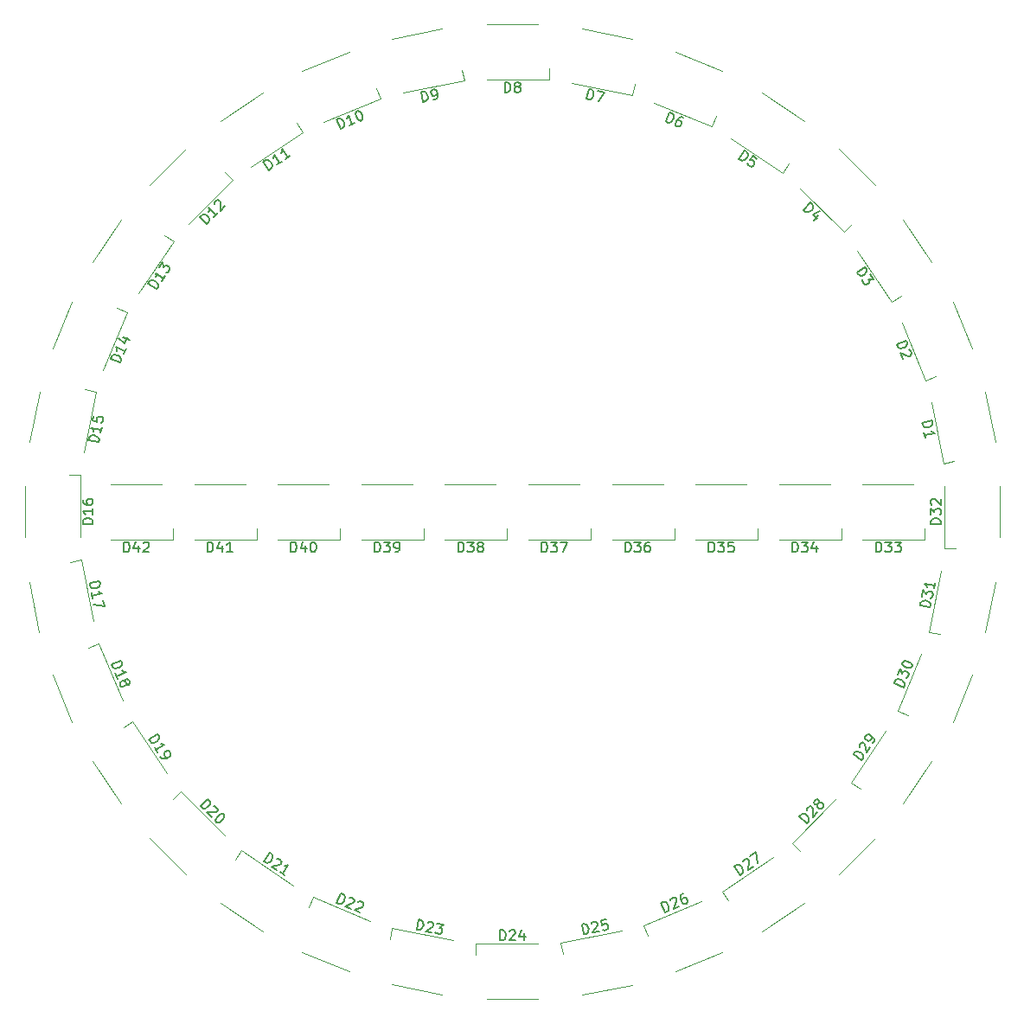
<source format=gbr>
%TF.GenerationSoftware,KiCad,Pcbnew,5.1.12-84ad8e8a86~92~ubuntu20.04.1*%
%TF.CreationDate,2021-11-26T14:05:01+01:00*%
%TF.ProjectId,led-ring-transom,6c65642d-7269-46e6-972d-7472616e736f,rev?*%
%TF.SameCoordinates,Original*%
%TF.FileFunction,Legend,Top*%
%TF.FilePolarity,Positive*%
%FSLAX46Y46*%
G04 Gerber Fmt 4.6, Leading zero omitted, Abs format (unit mm)*
G04 Created by KiCad (PCBNEW 5.1.12-84ad8e8a86~92~ubuntu20.04.1) date 2021-11-26 14:05:01*
%MOMM*%
%LPD*%
G01*
G04 APERTURE LIST*
%ADD10C,0.120000*%
%ADD11C,0.150000*%
G04 APERTURE END LIST*
D10*
%TO.C,D42*%
X60680000Y-97300000D02*
X65680000Y-97300000D01*
X66780000Y-101600000D02*
X66780000Y-102700000D01*
X66780000Y-102700000D02*
X60680000Y-102700000D01*
%TO.C,D41*%
X68860000Y-97300000D02*
X73860000Y-97300000D01*
X74960000Y-101600000D02*
X74960000Y-102700000D01*
X74960000Y-102700000D02*
X68860000Y-102700000D01*
%TO.C,D40*%
X77040000Y-97300000D02*
X82040000Y-97300000D01*
X83140000Y-101600000D02*
X83140000Y-102700000D01*
X83140000Y-102700000D02*
X77040000Y-102700000D01*
%TO.C,D39*%
X85220000Y-97300000D02*
X90220000Y-97300000D01*
X91320000Y-101600000D02*
X91320000Y-102700000D01*
X91320000Y-102700000D02*
X85220000Y-102700000D01*
%TO.C,D38*%
X93400000Y-97300000D02*
X98400000Y-97300000D01*
X99500000Y-101600000D02*
X99500000Y-102700000D01*
X99500000Y-102700000D02*
X93400000Y-102700000D01*
%TO.C,D37*%
X101580000Y-97300000D02*
X106580000Y-97300000D01*
X107680000Y-101600000D02*
X107680000Y-102700000D01*
X107680000Y-102700000D02*
X101580000Y-102700000D01*
%TO.C,D36*%
X109760000Y-97300000D02*
X114760000Y-97300000D01*
X115860000Y-101600000D02*
X115860000Y-102700000D01*
X115860000Y-102700000D02*
X109760000Y-102700000D01*
%TO.C,D35*%
X117940000Y-97300000D02*
X122940000Y-97300000D01*
X124040000Y-101600000D02*
X124040000Y-102700000D01*
X124040000Y-102700000D02*
X117940000Y-102700000D01*
%TO.C,D34*%
X126120000Y-97300000D02*
X131120000Y-97300000D01*
X132220000Y-101600000D02*
X132220000Y-102700000D01*
X132220000Y-102700000D02*
X126120000Y-102700000D01*
%TO.C,D33*%
X134300000Y-97300000D02*
X139300000Y-97300000D01*
X140400000Y-101600000D02*
X140400000Y-102700000D01*
X140400000Y-102700000D02*
X134300000Y-102700000D01*
%TO.C,D32*%
X147700000Y-97500000D02*
X147700000Y-102500000D01*
X143400000Y-103600000D02*
X142300000Y-103600000D01*
X142300000Y-103600000D02*
X142300000Y-97500000D01*
%TO.C,D31*%
X147272525Y-106856518D02*
X146292794Y-111759591D01*
X141860610Y-111995699D02*
X140781934Y-111780158D01*
X140781934Y-111780158D02*
X141977206Y-105798409D01*
%TO.C,D30*%
X145026183Y-115944546D02*
X143112766Y-120563944D01*
X138719132Y-119934673D02*
X137702865Y-119513721D01*
X137702865Y-119513721D02*
X140037234Y-113878056D01*
%TO.C,D29*%
X141050397Y-124425537D02*
X138268919Y-128580459D01*
X134083761Y-127102471D02*
X133169678Y-126490546D01*
X133169678Y-126490546D02*
X136563081Y-121421541D01*
%TO.C,D28*%
X135496955Y-131961421D02*
X131961421Y-135496955D01*
X128143045Y-133234214D02*
X127365227Y-132456396D01*
X127365227Y-132456396D02*
X131678579Y-128143045D01*
%TO.C,D27*%
X128578965Y-138275165D02*
X124419195Y-141049387D01*
X121118214Y-138082313D02*
X120507885Y-137167164D01*
X120507885Y-137167164D02*
X125582805Y-133782613D01*
%TO.C,D26*%
X120563944Y-143112766D02*
X115944546Y-145026183D01*
X113282740Y-141474453D02*
X112861788Y-140458186D01*
X112861788Y-140458186D02*
X118497454Y-138123817D01*
%TO.C,D25*%
X111755821Y-146297993D02*
X106851045Y-147269165D01*
X104936786Y-143264715D02*
X104723129Y-142185665D01*
X104723129Y-142185665D02*
X110706955Y-141000835D01*
%TO.C,D24*%
X102500000Y-147700000D02*
X97500000Y-147700000D01*
X96400000Y-143400000D02*
X96400000Y-142300000D01*
X96400000Y-142300000D02*
X102500000Y-142300000D01*
%TO.C,D23*%
X93143482Y-147272525D02*
X88240409Y-146292794D01*
X88004301Y-141860610D02*
X88219842Y-140781934D01*
X88219842Y-140781934D02*
X94201591Y-141977206D01*
%TO.C,D22*%
X84055454Y-145026183D02*
X79436056Y-143112766D01*
X80065327Y-138719132D02*
X80486279Y-137702865D01*
X80486279Y-137702865D02*
X86121944Y-140037234D01*
%TO.C,D21*%
X75574463Y-141050397D02*
X71419541Y-138268919D01*
X72897529Y-134083761D02*
X73509454Y-133169678D01*
X73509454Y-133169678D02*
X78578459Y-136563081D01*
%TO.C,D20*%
X68038579Y-135496955D02*
X64503045Y-131961421D01*
X66765786Y-128143045D02*
X67543604Y-127365227D01*
X67543604Y-127365227D02*
X71856955Y-131678579D01*
%TO.C,D19*%
X61724835Y-128578965D02*
X58950613Y-124419195D01*
X61917687Y-121118214D02*
X62832836Y-120507885D01*
X62832836Y-120507885D02*
X66217387Y-125582805D01*
%TO.C,D18*%
X56887234Y-120563944D02*
X54973817Y-115944546D01*
X58525547Y-113282740D02*
X59541814Y-112861788D01*
X59541814Y-112861788D02*
X61876183Y-118497454D01*
%TO.C,D17*%
X53702007Y-111755821D02*
X52730835Y-106851045D01*
X56735285Y-104936786D02*
X57814335Y-104723129D01*
X57814335Y-104723129D02*
X58999165Y-110706955D01*
%TO.C,D16*%
X52300000Y-102500000D02*
X52300000Y-97500000D01*
X56600000Y-96400000D02*
X57700000Y-96400000D01*
X57700000Y-96400000D02*
X57700000Y-102500000D01*
%TO.C,D15*%
X52727475Y-93143482D02*
X53707206Y-88240409D01*
X58139390Y-88004301D02*
X59218066Y-88219842D01*
X59218066Y-88219842D02*
X58022794Y-94201591D01*
%TO.C,D14*%
X54973817Y-84055454D02*
X56887234Y-79436056D01*
X61280868Y-80065327D02*
X62297135Y-80486279D01*
X62297135Y-80486279D02*
X59962766Y-86121944D01*
%TO.C,D13*%
X58949603Y-75574463D02*
X61731081Y-71419541D01*
X65916239Y-72897529D02*
X66830322Y-73509454D01*
X66830322Y-73509454D02*
X63436919Y-78578459D01*
%TO.C,D12*%
X64503045Y-68038579D02*
X68038579Y-64503045D01*
X71856955Y-66765786D02*
X72634773Y-67543604D01*
X72634773Y-67543604D02*
X68321421Y-71856955D01*
%TO.C,D11*%
X71421035Y-61724835D02*
X75580805Y-58950613D01*
X78881786Y-61917687D02*
X79492115Y-62832836D01*
X79492115Y-62832836D02*
X74417195Y-66217387D01*
%TO.C,D10*%
X79436056Y-56887234D02*
X84055454Y-54973817D01*
X86717260Y-58525547D02*
X87138212Y-59541814D01*
X87138212Y-59541814D02*
X81502546Y-61876183D01*
%TO.C,D9*%
X88244179Y-53702007D02*
X93148955Y-52730835D01*
X95063214Y-56735285D02*
X95276871Y-57814335D01*
X95276871Y-57814335D02*
X89293045Y-58999165D01*
%TO.C,D8*%
X97500000Y-52300000D02*
X102500000Y-52300000D01*
X103600000Y-56600000D02*
X103600000Y-57700000D01*
X103600000Y-57700000D02*
X97500000Y-57700000D01*
%TO.C,D7*%
X106856518Y-52727475D02*
X111759591Y-53707206D01*
X111995699Y-58139390D02*
X111780158Y-59218066D01*
X111780158Y-59218066D02*
X105798409Y-58022794D01*
%TO.C,D6*%
X115944546Y-54973817D02*
X120563944Y-56887234D01*
X119934673Y-61280868D02*
X119513721Y-62297135D01*
X119513721Y-62297135D02*
X113878056Y-59962766D01*
%TO.C,D5*%
X124425537Y-58949603D02*
X128580459Y-61731081D01*
X127102471Y-65916239D02*
X126490546Y-66830322D01*
X126490546Y-66830322D02*
X121421541Y-63436919D01*
%TO.C,D4*%
X131961421Y-64503045D02*
X135496955Y-68038579D01*
X133234214Y-71856955D02*
X132456396Y-72634773D01*
X132456396Y-72634773D02*
X128143045Y-68321421D01*
%TO.C,D3*%
X138275165Y-71421035D02*
X141049387Y-75580805D01*
X138082313Y-78881786D02*
X137167164Y-79492115D01*
X137167164Y-79492115D02*
X133782613Y-74417195D01*
%TO.C,D2*%
X143112766Y-79436056D02*
X145026183Y-84055454D01*
X141474453Y-86717260D02*
X140458186Y-87138212D01*
X140458186Y-87138212D02*
X138123817Y-81502546D01*
%TO.C,D1*%
X146297993Y-88244179D02*
X147269165Y-93148955D01*
X143264715Y-95063214D02*
X142185665Y-95276871D01*
X142185665Y-95276871D02*
X141000835Y-89293045D01*
%TO.C,D42*%
D11*
X61965714Y-103952380D02*
X61965714Y-102952380D01*
X62203809Y-102952380D01*
X62346666Y-103000000D01*
X62441904Y-103095238D01*
X62489523Y-103190476D01*
X62537142Y-103380952D01*
X62537142Y-103523809D01*
X62489523Y-103714285D01*
X62441904Y-103809523D01*
X62346666Y-103904761D01*
X62203809Y-103952380D01*
X61965714Y-103952380D01*
X63394285Y-103285714D02*
X63394285Y-103952380D01*
X63156190Y-102904761D02*
X62918095Y-103619047D01*
X63537142Y-103619047D01*
X63870476Y-103047619D02*
X63918095Y-103000000D01*
X64013333Y-102952380D01*
X64251428Y-102952380D01*
X64346666Y-103000000D01*
X64394285Y-103047619D01*
X64441904Y-103142857D01*
X64441904Y-103238095D01*
X64394285Y-103380952D01*
X63822857Y-103952380D01*
X64441904Y-103952380D01*
%TO.C,D41*%
X70145714Y-103952380D02*
X70145714Y-102952380D01*
X70383809Y-102952380D01*
X70526666Y-103000000D01*
X70621904Y-103095238D01*
X70669523Y-103190476D01*
X70717142Y-103380952D01*
X70717142Y-103523809D01*
X70669523Y-103714285D01*
X70621904Y-103809523D01*
X70526666Y-103904761D01*
X70383809Y-103952380D01*
X70145714Y-103952380D01*
X71574285Y-103285714D02*
X71574285Y-103952380D01*
X71336190Y-102904761D02*
X71098095Y-103619047D01*
X71717142Y-103619047D01*
X72621904Y-103952380D02*
X72050476Y-103952380D01*
X72336190Y-103952380D02*
X72336190Y-102952380D01*
X72240952Y-103095238D01*
X72145714Y-103190476D01*
X72050476Y-103238095D01*
%TO.C,D40*%
X78325714Y-103952380D02*
X78325714Y-102952380D01*
X78563809Y-102952380D01*
X78706666Y-103000000D01*
X78801904Y-103095238D01*
X78849523Y-103190476D01*
X78897142Y-103380952D01*
X78897142Y-103523809D01*
X78849523Y-103714285D01*
X78801904Y-103809523D01*
X78706666Y-103904761D01*
X78563809Y-103952380D01*
X78325714Y-103952380D01*
X79754285Y-103285714D02*
X79754285Y-103952380D01*
X79516190Y-102904761D02*
X79278095Y-103619047D01*
X79897142Y-103619047D01*
X80468571Y-102952380D02*
X80563809Y-102952380D01*
X80659047Y-103000000D01*
X80706666Y-103047619D01*
X80754285Y-103142857D01*
X80801904Y-103333333D01*
X80801904Y-103571428D01*
X80754285Y-103761904D01*
X80706666Y-103857142D01*
X80659047Y-103904761D01*
X80563809Y-103952380D01*
X80468571Y-103952380D01*
X80373333Y-103904761D01*
X80325714Y-103857142D01*
X80278095Y-103761904D01*
X80230476Y-103571428D01*
X80230476Y-103333333D01*
X80278095Y-103142857D01*
X80325714Y-103047619D01*
X80373333Y-103000000D01*
X80468571Y-102952380D01*
%TO.C,D39*%
X86505714Y-103952380D02*
X86505714Y-102952380D01*
X86743809Y-102952380D01*
X86886666Y-103000000D01*
X86981904Y-103095238D01*
X87029523Y-103190476D01*
X87077142Y-103380952D01*
X87077142Y-103523809D01*
X87029523Y-103714285D01*
X86981904Y-103809523D01*
X86886666Y-103904761D01*
X86743809Y-103952380D01*
X86505714Y-103952380D01*
X87410476Y-102952380D02*
X88029523Y-102952380D01*
X87696190Y-103333333D01*
X87839047Y-103333333D01*
X87934285Y-103380952D01*
X87981904Y-103428571D01*
X88029523Y-103523809D01*
X88029523Y-103761904D01*
X87981904Y-103857142D01*
X87934285Y-103904761D01*
X87839047Y-103952380D01*
X87553333Y-103952380D01*
X87458095Y-103904761D01*
X87410476Y-103857142D01*
X88505714Y-103952380D02*
X88696190Y-103952380D01*
X88791428Y-103904761D01*
X88839047Y-103857142D01*
X88934285Y-103714285D01*
X88981904Y-103523809D01*
X88981904Y-103142857D01*
X88934285Y-103047619D01*
X88886666Y-103000000D01*
X88791428Y-102952380D01*
X88600952Y-102952380D01*
X88505714Y-103000000D01*
X88458095Y-103047619D01*
X88410476Y-103142857D01*
X88410476Y-103380952D01*
X88458095Y-103476190D01*
X88505714Y-103523809D01*
X88600952Y-103571428D01*
X88791428Y-103571428D01*
X88886666Y-103523809D01*
X88934285Y-103476190D01*
X88981904Y-103380952D01*
%TO.C,D38*%
X94685714Y-103952380D02*
X94685714Y-102952380D01*
X94923809Y-102952380D01*
X95066666Y-103000000D01*
X95161904Y-103095238D01*
X95209523Y-103190476D01*
X95257142Y-103380952D01*
X95257142Y-103523809D01*
X95209523Y-103714285D01*
X95161904Y-103809523D01*
X95066666Y-103904761D01*
X94923809Y-103952380D01*
X94685714Y-103952380D01*
X95590476Y-102952380D02*
X96209523Y-102952380D01*
X95876190Y-103333333D01*
X96019047Y-103333333D01*
X96114285Y-103380952D01*
X96161904Y-103428571D01*
X96209523Y-103523809D01*
X96209523Y-103761904D01*
X96161904Y-103857142D01*
X96114285Y-103904761D01*
X96019047Y-103952380D01*
X95733333Y-103952380D01*
X95638095Y-103904761D01*
X95590476Y-103857142D01*
X96780952Y-103380952D02*
X96685714Y-103333333D01*
X96638095Y-103285714D01*
X96590476Y-103190476D01*
X96590476Y-103142857D01*
X96638095Y-103047619D01*
X96685714Y-103000000D01*
X96780952Y-102952380D01*
X96971428Y-102952380D01*
X97066666Y-103000000D01*
X97114285Y-103047619D01*
X97161904Y-103142857D01*
X97161904Y-103190476D01*
X97114285Y-103285714D01*
X97066666Y-103333333D01*
X96971428Y-103380952D01*
X96780952Y-103380952D01*
X96685714Y-103428571D01*
X96638095Y-103476190D01*
X96590476Y-103571428D01*
X96590476Y-103761904D01*
X96638095Y-103857142D01*
X96685714Y-103904761D01*
X96780952Y-103952380D01*
X96971428Y-103952380D01*
X97066666Y-103904761D01*
X97114285Y-103857142D01*
X97161904Y-103761904D01*
X97161904Y-103571428D01*
X97114285Y-103476190D01*
X97066666Y-103428571D01*
X96971428Y-103380952D01*
%TO.C,D37*%
X102865714Y-103952380D02*
X102865714Y-102952380D01*
X103103809Y-102952380D01*
X103246666Y-103000000D01*
X103341904Y-103095238D01*
X103389523Y-103190476D01*
X103437142Y-103380952D01*
X103437142Y-103523809D01*
X103389523Y-103714285D01*
X103341904Y-103809523D01*
X103246666Y-103904761D01*
X103103809Y-103952380D01*
X102865714Y-103952380D01*
X103770476Y-102952380D02*
X104389523Y-102952380D01*
X104056190Y-103333333D01*
X104199047Y-103333333D01*
X104294285Y-103380952D01*
X104341904Y-103428571D01*
X104389523Y-103523809D01*
X104389523Y-103761904D01*
X104341904Y-103857142D01*
X104294285Y-103904761D01*
X104199047Y-103952380D01*
X103913333Y-103952380D01*
X103818095Y-103904761D01*
X103770476Y-103857142D01*
X104722857Y-102952380D02*
X105389523Y-102952380D01*
X104960952Y-103952380D01*
%TO.C,D36*%
X111045714Y-103952380D02*
X111045714Y-102952380D01*
X111283809Y-102952380D01*
X111426666Y-103000000D01*
X111521904Y-103095238D01*
X111569523Y-103190476D01*
X111617142Y-103380952D01*
X111617142Y-103523809D01*
X111569523Y-103714285D01*
X111521904Y-103809523D01*
X111426666Y-103904761D01*
X111283809Y-103952380D01*
X111045714Y-103952380D01*
X111950476Y-102952380D02*
X112569523Y-102952380D01*
X112236190Y-103333333D01*
X112379047Y-103333333D01*
X112474285Y-103380952D01*
X112521904Y-103428571D01*
X112569523Y-103523809D01*
X112569523Y-103761904D01*
X112521904Y-103857142D01*
X112474285Y-103904761D01*
X112379047Y-103952380D01*
X112093333Y-103952380D01*
X111998095Y-103904761D01*
X111950476Y-103857142D01*
X113426666Y-102952380D02*
X113236190Y-102952380D01*
X113140952Y-103000000D01*
X113093333Y-103047619D01*
X112998095Y-103190476D01*
X112950476Y-103380952D01*
X112950476Y-103761904D01*
X112998095Y-103857142D01*
X113045714Y-103904761D01*
X113140952Y-103952380D01*
X113331428Y-103952380D01*
X113426666Y-103904761D01*
X113474285Y-103857142D01*
X113521904Y-103761904D01*
X113521904Y-103523809D01*
X113474285Y-103428571D01*
X113426666Y-103380952D01*
X113331428Y-103333333D01*
X113140952Y-103333333D01*
X113045714Y-103380952D01*
X112998095Y-103428571D01*
X112950476Y-103523809D01*
%TO.C,D35*%
X119225714Y-103952380D02*
X119225714Y-102952380D01*
X119463809Y-102952380D01*
X119606666Y-103000000D01*
X119701904Y-103095238D01*
X119749523Y-103190476D01*
X119797142Y-103380952D01*
X119797142Y-103523809D01*
X119749523Y-103714285D01*
X119701904Y-103809523D01*
X119606666Y-103904761D01*
X119463809Y-103952380D01*
X119225714Y-103952380D01*
X120130476Y-102952380D02*
X120749523Y-102952380D01*
X120416190Y-103333333D01*
X120559047Y-103333333D01*
X120654285Y-103380952D01*
X120701904Y-103428571D01*
X120749523Y-103523809D01*
X120749523Y-103761904D01*
X120701904Y-103857142D01*
X120654285Y-103904761D01*
X120559047Y-103952380D01*
X120273333Y-103952380D01*
X120178095Y-103904761D01*
X120130476Y-103857142D01*
X121654285Y-102952380D02*
X121178095Y-102952380D01*
X121130476Y-103428571D01*
X121178095Y-103380952D01*
X121273333Y-103333333D01*
X121511428Y-103333333D01*
X121606666Y-103380952D01*
X121654285Y-103428571D01*
X121701904Y-103523809D01*
X121701904Y-103761904D01*
X121654285Y-103857142D01*
X121606666Y-103904761D01*
X121511428Y-103952380D01*
X121273333Y-103952380D01*
X121178095Y-103904761D01*
X121130476Y-103857142D01*
%TO.C,D34*%
X127405714Y-103952380D02*
X127405714Y-102952380D01*
X127643809Y-102952380D01*
X127786666Y-103000000D01*
X127881904Y-103095238D01*
X127929523Y-103190476D01*
X127977142Y-103380952D01*
X127977142Y-103523809D01*
X127929523Y-103714285D01*
X127881904Y-103809523D01*
X127786666Y-103904761D01*
X127643809Y-103952380D01*
X127405714Y-103952380D01*
X128310476Y-102952380D02*
X128929523Y-102952380D01*
X128596190Y-103333333D01*
X128739047Y-103333333D01*
X128834285Y-103380952D01*
X128881904Y-103428571D01*
X128929523Y-103523809D01*
X128929523Y-103761904D01*
X128881904Y-103857142D01*
X128834285Y-103904761D01*
X128739047Y-103952380D01*
X128453333Y-103952380D01*
X128358095Y-103904761D01*
X128310476Y-103857142D01*
X129786666Y-103285714D02*
X129786666Y-103952380D01*
X129548571Y-102904761D02*
X129310476Y-103619047D01*
X129929523Y-103619047D01*
%TO.C,D33*%
X135585714Y-103952380D02*
X135585714Y-102952380D01*
X135823809Y-102952380D01*
X135966666Y-103000000D01*
X136061904Y-103095238D01*
X136109523Y-103190476D01*
X136157142Y-103380952D01*
X136157142Y-103523809D01*
X136109523Y-103714285D01*
X136061904Y-103809523D01*
X135966666Y-103904761D01*
X135823809Y-103952380D01*
X135585714Y-103952380D01*
X136490476Y-102952380D02*
X137109523Y-102952380D01*
X136776190Y-103333333D01*
X136919047Y-103333333D01*
X137014285Y-103380952D01*
X137061904Y-103428571D01*
X137109523Y-103523809D01*
X137109523Y-103761904D01*
X137061904Y-103857142D01*
X137014285Y-103904761D01*
X136919047Y-103952380D01*
X136633333Y-103952380D01*
X136538095Y-103904761D01*
X136490476Y-103857142D01*
X137442857Y-102952380D02*
X138061904Y-102952380D01*
X137728571Y-103333333D01*
X137871428Y-103333333D01*
X137966666Y-103380952D01*
X138014285Y-103428571D01*
X138061904Y-103523809D01*
X138061904Y-103761904D01*
X138014285Y-103857142D01*
X137966666Y-103904761D01*
X137871428Y-103952380D01*
X137585714Y-103952380D01*
X137490476Y-103904761D01*
X137442857Y-103857142D01*
%TO.C,D32*%
X141952380Y-101214285D02*
X140952380Y-101214285D01*
X140952380Y-100976190D01*
X141000000Y-100833333D01*
X141095238Y-100738095D01*
X141190476Y-100690476D01*
X141380952Y-100642857D01*
X141523809Y-100642857D01*
X141714285Y-100690476D01*
X141809523Y-100738095D01*
X141904761Y-100833333D01*
X141952380Y-100976190D01*
X141952380Y-101214285D01*
X140952380Y-100309523D02*
X140952380Y-99690476D01*
X141333333Y-100023809D01*
X141333333Y-99880952D01*
X141380952Y-99785714D01*
X141428571Y-99738095D01*
X141523809Y-99690476D01*
X141761904Y-99690476D01*
X141857142Y-99738095D01*
X141904761Y-99785714D01*
X141952380Y-99880952D01*
X141952380Y-100166666D01*
X141904761Y-100261904D01*
X141857142Y-100309523D01*
X141047619Y-99309523D02*
X141000000Y-99261904D01*
X140952380Y-99166666D01*
X140952380Y-98928571D01*
X141000000Y-98833333D01*
X141047619Y-98785714D01*
X141142857Y-98738095D01*
X141238095Y-98738095D01*
X141380952Y-98785714D01*
X141952380Y-99357142D01*
X141952380Y-98738095D01*
%TO.C,D31*%
X140908525Y-109372576D02*
X139927911Y-109176630D01*
X139974564Y-108943150D01*
X140049253Y-108812393D01*
X140161306Y-108737663D01*
X140264029Y-108709629D01*
X140460143Y-108700256D01*
X140600231Y-108728248D01*
X140777684Y-108812267D01*
X140861745Y-108877625D01*
X140936476Y-108989678D01*
X140955179Y-109139096D01*
X140908525Y-109372576D01*
X140105195Y-108289407D02*
X140226495Y-107682360D01*
X140534747Y-108083878D01*
X140562740Y-107943790D01*
X140628097Y-107859729D01*
X140684124Y-107822364D01*
X140786846Y-107794329D01*
X141020326Y-107840983D01*
X141104387Y-107906341D01*
X141141752Y-107962367D01*
X141169787Y-108065090D01*
X141113802Y-108345266D01*
X141048445Y-108429327D01*
X140992418Y-108466692D01*
X141393725Y-106944387D02*
X141281756Y-107504739D01*
X141337741Y-107224563D02*
X140357126Y-107028617D01*
X140478552Y-107150001D01*
X140553283Y-107262055D01*
X140581317Y-107364777D01*
%TO.C,D30*%
X138294680Y-117176580D02*
X137370800Y-116793896D01*
X137461916Y-116573925D01*
X137560579Y-116460165D01*
X137685013Y-116408623D01*
X137791225Y-116401075D01*
X137985425Y-116429973D01*
X138117408Y-116484642D01*
X138275162Y-116601528D01*
X138344927Y-116681968D01*
X138396470Y-116806403D01*
X138385795Y-116956609D01*
X138294680Y-117176580D01*
X137717038Y-115958005D02*
X137953937Y-115386080D01*
X138178330Y-115839824D01*
X138232999Y-115707841D01*
X138313439Y-115638076D01*
X138375657Y-115612305D01*
X138481868Y-115604756D01*
X138701840Y-115695871D01*
X138771605Y-115776312D01*
X138797376Y-115838529D01*
X138804925Y-115944741D01*
X138695586Y-116208706D01*
X138615146Y-116278472D01*
X138552929Y-116304243D01*
X138190836Y-114814155D02*
X138227282Y-114726166D01*
X138307723Y-114656401D01*
X138369940Y-114630629D01*
X138476152Y-114623081D01*
X138670352Y-114651979D01*
X138890323Y-114743094D01*
X139048077Y-114859980D01*
X139117842Y-114940421D01*
X139143614Y-115002638D01*
X139151162Y-115108850D01*
X139114716Y-115196838D01*
X139034276Y-115266604D01*
X138972058Y-115292375D01*
X138865847Y-115299923D01*
X138671647Y-115271025D01*
X138451675Y-115179910D01*
X138293921Y-115063024D01*
X138224156Y-114982583D01*
X138198385Y-114920366D01*
X138190836Y-114814155D01*
%TO.C,D29*%
X134207973Y-124314675D02*
X133376989Y-123758379D01*
X133509440Y-123560526D01*
X133628482Y-123468304D01*
X133760603Y-123442143D01*
X133866235Y-123455553D01*
X134051008Y-123521943D01*
X134169720Y-123601414D01*
X134301513Y-123746946D01*
X134354164Y-123839497D01*
X134380325Y-123971619D01*
X134340425Y-124116821D01*
X134207973Y-124314675D01*
X133985935Y-123019946D02*
X133972855Y-122953885D01*
X133986265Y-122848253D01*
X134118716Y-122650400D01*
X134211267Y-122597749D01*
X134277328Y-122584668D01*
X134382960Y-122598078D01*
X134462101Y-122651059D01*
X134554323Y-122770100D01*
X134711288Y-123562832D01*
X135055662Y-123048413D01*
X135320564Y-122652706D02*
X135426526Y-122494423D01*
X135439935Y-122388791D01*
X135426855Y-122322730D01*
X135361123Y-122164118D01*
X135229331Y-122018586D01*
X134912765Y-121806664D01*
X134807134Y-121793254D01*
X134741073Y-121806335D01*
X134648522Y-121858986D01*
X134542561Y-122017269D01*
X134529151Y-122122900D01*
X134542231Y-122188961D01*
X134594882Y-122281513D01*
X134792736Y-122413964D01*
X134898367Y-122427374D01*
X134964428Y-122414293D01*
X135056979Y-122361642D01*
X135162941Y-122203359D01*
X135176350Y-122097728D01*
X135163270Y-122031667D01*
X135110619Y-121939116D01*
%TO.C,D28*%
X128806377Y-130523637D02*
X128099271Y-129816530D01*
X128267629Y-129648171D01*
X128402316Y-129580828D01*
X128537003Y-129580828D01*
X128638019Y-129614500D01*
X128806377Y-129715515D01*
X128907393Y-129816530D01*
X129008408Y-129984889D01*
X129042080Y-130085904D01*
X129042080Y-130220591D01*
X128974736Y-130355278D01*
X128806377Y-130523637D01*
X128840049Y-129210438D02*
X128840049Y-129143095D01*
X128873721Y-129042080D01*
X129042080Y-128873721D01*
X129143095Y-128840049D01*
X129210438Y-128840049D01*
X129311454Y-128873721D01*
X129378797Y-128941064D01*
X129446141Y-129075751D01*
X129446141Y-129883874D01*
X129883874Y-129446141D01*
X129883874Y-128638019D02*
X129782858Y-128671690D01*
X129715515Y-128671690D01*
X129614500Y-128638019D01*
X129580828Y-128604347D01*
X129547156Y-128503332D01*
X129547156Y-128435988D01*
X129580828Y-128334973D01*
X129715515Y-128200286D01*
X129816530Y-128166614D01*
X129883874Y-128166614D01*
X129984889Y-128200286D01*
X130018561Y-128233958D01*
X130052232Y-128334973D01*
X130052232Y-128402316D01*
X130018561Y-128503332D01*
X129883874Y-128638019D01*
X129850202Y-128739034D01*
X129850202Y-128806377D01*
X129883874Y-128907393D01*
X130018561Y-129042080D01*
X130119576Y-129075751D01*
X130186919Y-129075751D01*
X130287935Y-129042080D01*
X130422622Y-128907393D01*
X130456293Y-128806377D01*
X130456293Y-128739034D01*
X130422622Y-128638019D01*
X130287935Y-128503332D01*
X130186919Y-128469660D01*
X130119576Y-128469660D01*
X130018561Y-128503332D01*
%TO.C,D27*%
X122299816Y-135554260D02*
X121744971Y-134722306D01*
X121943055Y-134590200D01*
X122088327Y-134550554D01*
X122220403Y-134576945D01*
X122312862Y-134629758D01*
X122458164Y-134761804D01*
X122537427Y-134880655D01*
X122603495Y-135065543D01*
X122616721Y-135171198D01*
X122590329Y-135303274D01*
X122497900Y-135422155D01*
X122299816Y-135554260D01*
X122590151Y-134273117D02*
X122603346Y-134207079D01*
X122656159Y-134114619D01*
X122854243Y-133982514D01*
X122959898Y-133969288D01*
X123025936Y-133982484D01*
X123118395Y-134035296D01*
X123171238Y-134114530D01*
X123210884Y-134259802D01*
X123052536Y-135052258D01*
X123567555Y-134708783D01*
X123290029Y-133691881D02*
X123844665Y-133321985D01*
X124042958Y-134391729D01*
%TO.C,D26*%
X114932872Y-139224054D02*
X114550189Y-138300174D01*
X114770160Y-138209059D01*
X114920366Y-138198385D01*
X115044801Y-138249927D01*
X115125241Y-138319693D01*
X115242127Y-138477447D01*
X115296796Y-138609429D01*
X115325694Y-138803629D01*
X115318146Y-138909841D01*
X115266604Y-139034276D01*
X115152844Y-139132939D01*
X114932872Y-139224054D01*
X115466520Y-138023703D02*
X115492292Y-137961485D01*
X115562057Y-137881045D01*
X115782028Y-137789930D01*
X115888240Y-137797478D01*
X115950457Y-137823249D01*
X116030898Y-137893015D01*
X116067344Y-137981003D01*
X116078018Y-138131209D01*
X115768763Y-138877817D01*
X116340689Y-138640917D01*
X116749902Y-137389023D02*
X116573925Y-137461916D01*
X116504160Y-137542356D01*
X116478388Y-137604573D01*
X116445069Y-137773002D01*
X116473967Y-137967202D01*
X116619751Y-138319156D01*
X116700191Y-138388922D01*
X116762409Y-138414693D01*
X116868620Y-138422241D01*
X117044597Y-138349349D01*
X117114363Y-138268909D01*
X117140134Y-138206691D01*
X117147682Y-138100480D01*
X117056567Y-137880509D01*
X116976127Y-137810743D01*
X116913909Y-137784972D01*
X116807698Y-137777424D01*
X116631721Y-137850316D01*
X116561955Y-137930756D01*
X116536184Y-137992973D01*
X116528636Y-138099185D01*
%TO.C,D25*%
X106995888Y-141381278D02*
X106801653Y-140400323D01*
X107035214Y-140354076D01*
X107184600Y-140373041D01*
X107296523Y-140447967D01*
X107361733Y-140532142D01*
X107445442Y-140709741D01*
X107473190Y-140849878D01*
X107463475Y-141045975D01*
X107435261Y-141148649D01*
X107360336Y-141260572D01*
X107229448Y-141335032D01*
X106995888Y-141381278D01*
X107754395Y-140308762D02*
X107791858Y-140252801D01*
X107876033Y-140187590D01*
X108109593Y-140141344D01*
X108212267Y-140169557D01*
X108268228Y-140207020D01*
X108333439Y-140291195D01*
X108351938Y-140384620D01*
X108332973Y-140534005D01*
X107883418Y-141205542D01*
X108490676Y-141085302D01*
X109183973Y-139928611D02*
X108716851Y-140021103D01*
X108762632Y-140497474D01*
X108800095Y-140441513D01*
X108884270Y-140376302D01*
X109117830Y-140330056D01*
X109220504Y-140358269D01*
X109276465Y-140395732D01*
X109341676Y-140479907D01*
X109387922Y-140713468D01*
X109359709Y-140816142D01*
X109322246Y-140872103D01*
X109238071Y-140937314D01*
X109004510Y-140983560D01*
X108901836Y-140955346D01*
X108845875Y-140917883D01*
%TO.C,D24*%
X98785714Y-141952380D02*
X98785714Y-140952380D01*
X99023809Y-140952380D01*
X99166666Y-141000000D01*
X99261904Y-141095238D01*
X99309523Y-141190476D01*
X99357142Y-141380952D01*
X99357142Y-141523809D01*
X99309523Y-141714285D01*
X99261904Y-141809523D01*
X99166666Y-141904761D01*
X99023809Y-141952380D01*
X98785714Y-141952380D01*
X99738095Y-141047619D02*
X99785714Y-141000000D01*
X99880952Y-140952380D01*
X100119047Y-140952380D01*
X100214285Y-141000000D01*
X100261904Y-141047619D01*
X100309523Y-141142857D01*
X100309523Y-141238095D01*
X100261904Y-141380952D01*
X99690476Y-141952380D01*
X100309523Y-141952380D01*
X101166666Y-141285714D02*
X101166666Y-141952380D01*
X100928571Y-140904761D02*
X100690476Y-141619047D01*
X101309523Y-141619047D01*
%TO.C,D23*%
X90627423Y-140908525D02*
X90823369Y-139927911D01*
X91056849Y-139974564D01*
X91187606Y-140049253D01*
X91262336Y-140161306D01*
X91290370Y-140264029D01*
X91299743Y-140460143D01*
X91271751Y-140600231D01*
X91187732Y-140777684D01*
X91122374Y-140861745D01*
X91010321Y-140936476D01*
X90860903Y-140955179D01*
X90627423Y-140908525D01*
X91738626Y-140207918D02*
X91794653Y-140170553D01*
X91897376Y-140142518D01*
X92130855Y-140189172D01*
X92214916Y-140254530D01*
X92252281Y-140310556D01*
X92280316Y-140413279D01*
X92261654Y-140506671D01*
X92186966Y-140637428D01*
X91514646Y-141085810D01*
X92121693Y-141207110D01*
X92644510Y-140291811D02*
X93251558Y-140413111D01*
X92850040Y-140721363D01*
X92990128Y-140749355D01*
X93074189Y-140814712D01*
X93111554Y-140870739D01*
X93139588Y-140973462D01*
X93092935Y-141206942D01*
X93027577Y-141291003D01*
X92971550Y-141328368D01*
X92868828Y-141356402D01*
X92588652Y-141300418D01*
X92504591Y-141235060D01*
X92467226Y-141179033D01*
%TO.C,D22*%
X82823419Y-138294680D02*
X83206103Y-137370800D01*
X83426074Y-137461916D01*
X83539834Y-137560579D01*
X83591376Y-137685013D01*
X83598924Y-137791225D01*
X83570026Y-137985425D01*
X83515357Y-138117408D01*
X83398471Y-138275162D01*
X83318031Y-138344927D01*
X83193596Y-138396470D01*
X83043390Y-138385795D01*
X82823419Y-138294680D01*
X84049542Y-137823249D02*
X84111759Y-137797478D01*
X84217971Y-137789930D01*
X84437942Y-137881045D01*
X84507707Y-137961485D01*
X84533479Y-138023703D01*
X84541027Y-138129914D01*
X84504581Y-138217903D01*
X84405918Y-138331662D01*
X83659310Y-138640917D01*
X84231236Y-138877817D01*
X84929427Y-138187710D02*
X84991644Y-138161939D01*
X85097856Y-138154390D01*
X85317827Y-138245505D01*
X85387593Y-138325946D01*
X85413364Y-138388163D01*
X85420912Y-138494375D01*
X85384466Y-138582363D01*
X85285803Y-138696123D01*
X84539195Y-139005378D01*
X85111121Y-139242277D01*
%TO.C,D21*%
X75685324Y-134207973D02*
X76241620Y-133376989D01*
X76439473Y-133509440D01*
X76531695Y-133628482D01*
X76557856Y-133760603D01*
X76544446Y-133866235D01*
X76478056Y-134051008D01*
X76398585Y-134169720D01*
X76253053Y-134301513D01*
X76160502Y-134354164D01*
X76028380Y-134380325D01*
X75883178Y-134340425D01*
X75685324Y-134207973D01*
X76980053Y-133985935D02*
X77046114Y-133972855D01*
X77151746Y-133986265D01*
X77349599Y-134118716D01*
X77402250Y-134211267D01*
X77415331Y-134277328D01*
X77401921Y-134382960D01*
X77348940Y-134462101D01*
X77229899Y-134554323D01*
X76437167Y-134711288D01*
X76951586Y-135055662D01*
X77743000Y-135585467D02*
X77268152Y-135267584D01*
X77505576Y-135426526D02*
X78061872Y-134595541D01*
X77903260Y-134661273D01*
X77771138Y-134687433D01*
X77665506Y-134674024D01*
%TO.C,D20*%
X69476362Y-128806377D02*
X70183469Y-128099271D01*
X70351828Y-128267629D01*
X70419171Y-128402316D01*
X70419171Y-128537003D01*
X70385499Y-128638019D01*
X70284484Y-128806377D01*
X70183469Y-128907393D01*
X70015110Y-129008408D01*
X69914095Y-129042080D01*
X69779408Y-129042080D01*
X69644721Y-128974736D01*
X69476362Y-128806377D01*
X70789561Y-128840049D02*
X70856904Y-128840049D01*
X70957919Y-128873721D01*
X71126278Y-129042080D01*
X71159950Y-129143095D01*
X71159950Y-129210438D01*
X71126278Y-129311454D01*
X71058935Y-129378797D01*
X70924248Y-129446141D01*
X70116125Y-129446141D01*
X70553858Y-129883874D01*
X71698698Y-129614500D02*
X71766041Y-129681843D01*
X71799713Y-129782858D01*
X71799713Y-129850202D01*
X71766041Y-129951217D01*
X71665026Y-130119576D01*
X71496667Y-130287935D01*
X71328309Y-130388950D01*
X71227293Y-130422622D01*
X71159950Y-130422622D01*
X71058935Y-130388950D01*
X70991591Y-130321606D01*
X70957919Y-130220591D01*
X70957919Y-130153248D01*
X70991591Y-130052232D01*
X71092606Y-129883874D01*
X71260965Y-129715515D01*
X71429324Y-129614500D01*
X71530339Y-129580828D01*
X71597683Y-129580828D01*
X71698698Y-129614500D01*
%TO.C,D19*%
X64445739Y-122299816D02*
X65277693Y-121744971D01*
X65409799Y-121943055D01*
X65449445Y-122088327D01*
X65423054Y-122220403D01*
X65370241Y-122312862D01*
X65238195Y-122458164D01*
X65119344Y-122537427D01*
X64934456Y-122603495D01*
X64828801Y-122616721D01*
X64696725Y-122590329D01*
X64577844Y-122497900D01*
X64445739Y-122299816D01*
X65291216Y-123567555D02*
X64974162Y-123092153D01*
X65132689Y-123329854D02*
X65964643Y-122775010D01*
X65792950Y-122775039D01*
X65660874Y-122748648D01*
X65568415Y-122695835D01*
X65555427Y-123963724D02*
X65661112Y-124122191D01*
X65753571Y-124175004D01*
X65819609Y-124188200D01*
X65991302Y-124188170D01*
X66176191Y-124122102D01*
X66493126Y-123910733D01*
X66545938Y-123818273D01*
X66559134Y-123752235D01*
X66545909Y-123646581D01*
X66440224Y-123488113D01*
X66347765Y-123435301D01*
X66281727Y-123422105D01*
X66176072Y-123435330D01*
X65977988Y-123567436D01*
X65925175Y-123659895D01*
X65911979Y-123725933D01*
X65925205Y-123831588D01*
X66030889Y-123990056D01*
X66123349Y-124042868D01*
X66189387Y-124056064D01*
X66295041Y-124042838D01*
%TO.C,D18*%
X60775945Y-114932872D02*
X61699825Y-114550189D01*
X61790940Y-114770160D01*
X61801614Y-114920366D01*
X61750072Y-115044801D01*
X61680306Y-115125241D01*
X61522552Y-115242127D01*
X61390570Y-115296796D01*
X61196370Y-115325694D01*
X61090158Y-115318146D01*
X60965723Y-115266604D01*
X60867060Y-115152844D01*
X60775945Y-114932872D01*
X61359082Y-116340689D02*
X61140405Y-115812758D01*
X61249744Y-116076723D02*
X62173623Y-115694040D01*
X62005194Y-115660720D01*
X61880760Y-115609178D01*
X61800319Y-115539412D01*
X62105689Y-116649944D02*
X62113237Y-116543732D01*
X62139009Y-116481515D01*
X62208774Y-116401075D01*
X62252768Y-116382852D01*
X62358980Y-116390400D01*
X62421197Y-116416171D01*
X62501637Y-116485937D01*
X62574529Y-116661914D01*
X62566981Y-116768125D01*
X62541210Y-116830343D01*
X62471445Y-116910783D01*
X62427450Y-116929006D01*
X62321239Y-116921458D01*
X62259021Y-116895686D01*
X62178581Y-116825921D01*
X62105689Y-116649944D01*
X62025249Y-116580178D01*
X61963031Y-116554407D01*
X61856820Y-116546859D01*
X61680843Y-116619751D01*
X61611077Y-116700191D01*
X61585306Y-116762409D01*
X61577758Y-116868620D01*
X61650650Y-117044597D01*
X61731090Y-117114363D01*
X61793308Y-117140134D01*
X61899519Y-117147682D01*
X62075496Y-117074790D01*
X62145262Y-116994350D01*
X62171033Y-116932132D01*
X62178581Y-116825921D01*
%TO.C,D17*%
X58618721Y-106995888D02*
X59599676Y-106801653D01*
X59645923Y-107035214D01*
X59626958Y-107184600D01*
X59552032Y-107296523D01*
X59467857Y-107361733D01*
X59290258Y-107445442D01*
X59150121Y-107473190D01*
X58954024Y-107463475D01*
X58851350Y-107435261D01*
X58739427Y-107360336D01*
X58664967Y-107229448D01*
X58618721Y-106995888D01*
X58914697Y-108490676D02*
X58803706Y-107930131D01*
X58859202Y-108210403D02*
X59840157Y-108016169D01*
X59681522Y-107950493D01*
X59569599Y-107875567D01*
X59504388Y-107791392D01*
X59960397Y-108623427D02*
X60089887Y-109277397D01*
X59025688Y-109051222D01*
%TO.C,D16*%
X58952380Y-101214285D02*
X57952380Y-101214285D01*
X57952380Y-100976190D01*
X58000000Y-100833333D01*
X58095238Y-100738095D01*
X58190476Y-100690476D01*
X58380952Y-100642857D01*
X58523809Y-100642857D01*
X58714285Y-100690476D01*
X58809523Y-100738095D01*
X58904761Y-100833333D01*
X58952380Y-100976190D01*
X58952380Y-101214285D01*
X58952380Y-99690476D02*
X58952380Y-100261904D01*
X58952380Y-99976190D02*
X57952380Y-99976190D01*
X58095238Y-100071428D01*
X58190476Y-100166666D01*
X58238095Y-100261904D01*
X57952380Y-98833333D02*
X57952380Y-99023809D01*
X58000000Y-99119047D01*
X58047619Y-99166666D01*
X58190476Y-99261904D01*
X58380952Y-99309523D01*
X58761904Y-99309523D01*
X58857142Y-99261904D01*
X58904761Y-99214285D01*
X58952380Y-99119047D01*
X58952380Y-98928571D01*
X58904761Y-98833333D01*
X58857142Y-98785714D01*
X58761904Y-98738095D01*
X58523809Y-98738095D01*
X58428571Y-98785714D01*
X58380952Y-98833333D01*
X58333333Y-98928571D01*
X58333333Y-99119047D01*
X58380952Y-99214285D01*
X58428571Y-99261904D01*
X58523809Y-99309523D01*
%TO.C,D15*%
X59502827Y-93186200D02*
X58522213Y-92990254D01*
X58568866Y-92756774D01*
X58643555Y-92626017D01*
X58755608Y-92551287D01*
X58858331Y-92523253D01*
X59054445Y-92513880D01*
X59194533Y-92541872D01*
X59371986Y-92625891D01*
X59456047Y-92691249D01*
X59530778Y-92803302D01*
X59549481Y-92952720D01*
X59502827Y-93186200D01*
X59801412Y-91691930D02*
X59689443Y-92252281D01*
X59745427Y-91972106D02*
X58764813Y-91776160D01*
X58886239Y-91897544D01*
X58960969Y-92009597D01*
X58989004Y-92112320D01*
X58998082Y-90608761D02*
X58904774Y-91075721D01*
X59362403Y-91215724D01*
X59325038Y-91159698D01*
X59297003Y-91056975D01*
X59343657Y-90823495D01*
X59409014Y-90739434D01*
X59465041Y-90702069D01*
X59567764Y-90674035D01*
X59801244Y-90720688D01*
X59885305Y-90786046D01*
X59922670Y-90842073D01*
X59950704Y-90944795D01*
X59904050Y-91178275D01*
X59838693Y-91262336D01*
X59782666Y-91299701D01*
%TO.C,D14*%
X61611836Y-85413364D02*
X60687956Y-85030680D01*
X60779072Y-84810709D01*
X60877735Y-84696949D01*
X61002169Y-84645407D01*
X61108381Y-84637859D01*
X61302581Y-84666757D01*
X61434564Y-84721426D01*
X61592318Y-84838312D01*
X61662083Y-84918752D01*
X61713626Y-85043187D01*
X61702951Y-85193393D01*
X61611836Y-85413364D01*
X62194973Y-84005547D02*
X61976296Y-84533479D01*
X62085635Y-84269513D02*
X61161755Y-83886830D01*
X61257292Y-84029487D01*
X61308834Y-84153922D01*
X61316382Y-84260133D01*
X61907067Y-82958528D02*
X62522987Y-83213651D01*
X61463998Y-83032716D02*
X62032797Y-83526032D01*
X62269696Y-82954107D01*
%TO.C,D13*%
X65192865Y-78206745D02*
X64361881Y-77650449D01*
X64494332Y-77452596D01*
X64613374Y-77360374D01*
X64745495Y-77334213D01*
X64851127Y-77347623D01*
X65035900Y-77414013D01*
X65154612Y-77493484D01*
X65286405Y-77639016D01*
X65339056Y-77731567D01*
X65365217Y-77863689D01*
X65325317Y-78008891D01*
X65192865Y-78206745D01*
X66040554Y-76940483D02*
X65722671Y-77415331D01*
X65881612Y-77177907D02*
X65050628Y-76621611D01*
X65116359Y-76780223D01*
X65142520Y-76912345D01*
X65129110Y-77017977D01*
X65395001Y-76107192D02*
X65739375Y-75592773D01*
X65870508Y-76081690D01*
X65949979Y-75962978D01*
X66042530Y-75910327D01*
X66108591Y-75897247D01*
X66214223Y-75910656D01*
X66412076Y-76043108D01*
X66464727Y-76135659D01*
X66477808Y-76201720D01*
X66464398Y-76307352D01*
X66305456Y-76544776D01*
X66212905Y-76597427D01*
X66146844Y-76610507D01*
%TO.C,D12*%
X70116125Y-71833385D02*
X69409019Y-71126278D01*
X69577377Y-70957919D01*
X69712064Y-70890576D01*
X69846751Y-70890576D01*
X69947767Y-70924248D01*
X70116125Y-71025263D01*
X70217141Y-71126278D01*
X70318156Y-71294637D01*
X70351828Y-71395652D01*
X70351828Y-71530339D01*
X70284484Y-71665026D01*
X70116125Y-71833385D01*
X71193622Y-70755889D02*
X70789561Y-71159950D01*
X70991591Y-70957919D02*
X70284484Y-70250812D01*
X70318156Y-70419171D01*
X70318156Y-70553858D01*
X70284484Y-70654874D01*
X70823232Y-69846751D02*
X70823232Y-69779408D01*
X70856904Y-69678393D01*
X71025263Y-69510034D01*
X71126278Y-69476362D01*
X71193622Y-69476362D01*
X71294637Y-69510034D01*
X71361980Y-69577377D01*
X71429324Y-69712064D01*
X71429324Y-70520186D01*
X71867057Y-70082454D01*
%TO.C,D11*%
X76181726Y-66545938D02*
X75626881Y-65713984D01*
X75824965Y-65581878D01*
X75970237Y-65542232D01*
X76102313Y-65568623D01*
X76194772Y-65621436D01*
X76340074Y-65753482D01*
X76419337Y-65872333D01*
X76485405Y-66057221D01*
X76498631Y-66162876D01*
X76472239Y-66294952D01*
X76379810Y-66413833D01*
X76181726Y-66545938D01*
X77449465Y-65700461D02*
X76974063Y-66017515D01*
X77211764Y-65858988D02*
X76656920Y-65027034D01*
X76656949Y-65198727D01*
X76630558Y-65330803D01*
X76577745Y-65423262D01*
X78241802Y-65172038D02*
X77766400Y-65489092D01*
X78004101Y-65330565D02*
X77449257Y-64498611D01*
X77449287Y-64670304D01*
X77422895Y-64802380D01*
X77370083Y-64894839D01*
%TO.C,D10*%
X83169656Y-62541210D02*
X82786973Y-61617330D01*
X83006944Y-61526215D01*
X83157150Y-61515541D01*
X83281585Y-61567083D01*
X83362025Y-61636849D01*
X83478911Y-61794603D01*
X83533580Y-61926585D01*
X83562478Y-62120785D01*
X83554930Y-62226997D01*
X83503388Y-62351432D01*
X83389628Y-62450095D01*
X83169656Y-62541210D01*
X84577473Y-61958073D02*
X84049542Y-62176750D01*
X84313507Y-62067411D02*
X83930824Y-61143532D01*
X83897504Y-61311961D01*
X83845962Y-61436395D01*
X83776196Y-61516836D01*
X84766715Y-60797295D02*
X84854703Y-60760849D01*
X84960915Y-60768397D01*
X85023132Y-60794168D01*
X85103573Y-60863933D01*
X85220459Y-61021688D01*
X85311574Y-61241659D01*
X85340472Y-61435859D01*
X85332924Y-61542070D01*
X85307152Y-61604288D01*
X85237387Y-61684728D01*
X85149398Y-61721174D01*
X85043187Y-61713626D01*
X84980970Y-61687855D01*
X84900529Y-61618089D01*
X84783643Y-61460335D01*
X84692528Y-61240364D01*
X84663630Y-61046164D01*
X84671178Y-60939952D01*
X84696949Y-60877735D01*
X84766715Y-60797295D01*
%TO.C,D9*%
X91264649Y-59885471D02*
X91070415Y-58904516D01*
X91303975Y-58858270D01*
X91453361Y-58877234D01*
X91565284Y-58952160D01*
X91630495Y-59036335D01*
X91714204Y-59213935D01*
X91741952Y-59354071D01*
X91732236Y-59550169D01*
X91704023Y-59652842D01*
X91629097Y-59764765D01*
X91498210Y-59839225D01*
X91264649Y-59885471D01*
X92292316Y-59681988D02*
X92479165Y-59644991D01*
X92563340Y-59579780D01*
X92600803Y-59523819D01*
X92666479Y-59365184D01*
X92676195Y-59169086D01*
X92602201Y-58795389D01*
X92536990Y-58711214D01*
X92481029Y-58673751D01*
X92378355Y-58645537D01*
X92191506Y-58682534D01*
X92107331Y-58747745D01*
X92069868Y-58803706D01*
X92041655Y-58906380D01*
X92087901Y-59139940D01*
X92153112Y-59224116D01*
X92209073Y-59261578D01*
X92311747Y-59289792D01*
X92498595Y-59252795D01*
X92582770Y-59187584D01*
X92620233Y-59131623D01*
X92648447Y-59028949D01*
%TO.C,D8*%
X99261904Y-58952380D02*
X99261904Y-57952380D01*
X99500000Y-57952380D01*
X99642857Y-58000000D01*
X99738095Y-58095238D01*
X99785714Y-58190476D01*
X99833333Y-58380952D01*
X99833333Y-58523809D01*
X99785714Y-58714285D01*
X99738095Y-58809523D01*
X99642857Y-58904761D01*
X99500000Y-58952380D01*
X99261904Y-58952380D01*
X100404761Y-58380952D02*
X100309523Y-58333333D01*
X100261904Y-58285714D01*
X100214285Y-58190476D01*
X100214285Y-58142857D01*
X100261904Y-58047619D01*
X100309523Y-58000000D01*
X100404761Y-57952380D01*
X100595238Y-57952380D01*
X100690476Y-58000000D01*
X100738095Y-58047619D01*
X100785714Y-58142857D01*
X100785714Y-58190476D01*
X100738095Y-58285714D01*
X100690476Y-58333333D01*
X100595238Y-58380952D01*
X100404761Y-58380952D01*
X100309523Y-58428571D01*
X100261904Y-58476190D01*
X100214285Y-58571428D01*
X100214285Y-58761904D01*
X100261904Y-58857142D01*
X100309523Y-58904761D01*
X100404761Y-58952380D01*
X100595238Y-58952380D01*
X100690476Y-58904761D01*
X100738095Y-58857142D01*
X100785714Y-58761904D01*
X100785714Y-58571428D01*
X100738095Y-58476190D01*
X100690476Y-58428571D01*
X100595238Y-58380952D01*
%TO.C,D7*%
X107280758Y-59596135D02*
X107476704Y-58615520D01*
X107710184Y-58662174D01*
X107840941Y-58736862D01*
X107915671Y-58848916D01*
X107943706Y-58951638D01*
X107953079Y-59147753D01*
X107925086Y-59287841D01*
X107841067Y-59465294D01*
X107775710Y-59549355D01*
X107663656Y-59624085D01*
X107514238Y-59642789D01*
X107280758Y-59596135D01*
X108363927Y-58792805D02*
X109017670Y-58923436D01*
X108401461Y-59820073D01*
%TO.C,D6*%
X115026578Y-61794066D02*
X115409261Y-60870187D01*
X115629232Y-60961302D01*
X115742992Y-61059965D01*
X115794535Y-61184400D01*
X115802083Y-61290611D01*
X115773185Y-61484811D01*
X115718516Y-61616794D01*
X115601630Y-61774548D01*
X115521189Y-61844314D01*
X115396755Y-61895856D01*
X115246549Y-61885181D01*
X115026578Y-61794066D01*
X116729089Y-61416877D02*
X116553112Y-61343985D01*
X116446900Y-61351533D01*
X116384683Y-61377305D01*
X116242026Y-61472841D01*
X116125139Y-61630595D01*
X115979355Y-61982550D01*
X115986903Y-62088761D01*
X116012675Y-62150978D01*
X116082440Y-62231419D01*
X116258417Y-62304311D01*
X116364629Y-62296763D01*
X116426846Y-62270991D01*
X116507286Y-62201226D01*
X116598401Y-61981254D01*
X116590853Y-61875043D01*
X116565082Y-61812826D01*
X116495316Y-61732385D01*
X116319339Y-61659493D01*
X116213128Y-61667041D01*
X116150910Y-61692813D01*
X116070470Y-61762578D01*
%TO.C,D5*%
X122188961Y-65457768D02*
X122745257Y-64626783D01*
X122943110Y-64759235D01*
X123035332Y-64878276D01*
X123061493Y-65010398D01*
X123048083Y-65116030D01*
X122981693Y-65300803D01*
X122902222Y-65419515D01*
X122756690Y-65551307D01*
X122664139Y-65603959D01*
X122532017Y-65630119D01*
X122386815Y-65590219D01*
X122188961Y-65457768D01*
X123971948Y-65447982D02*
X123576241Y-65183079D01*
X123271768Y-65552296D01*
X123337829Y-65539215D01*
X123443461Y-65552625D01*
X123641314Y-65685076D01*
X123693965Y-65777628D01*
X123707046Y-65843689D01*
X123693636Y-65949320D01*
X123561184Y-66147174D01*
X123468633Y-66199825D01*
X123402572Y-66212905D01*
X123296941Y-66199495D01*
X123099087Y-66067044D01*
X123046436Y-65974493D01*
X123033356Y-65908432D01*
%TO.C,D4*%
X128503332Y-70452843D02*
X129210438Y-69745736D01*
X129378797Y-69914095D01*
X129446141Y-70048782D01*
X129446141Y-70183469D01*
X129412469Y-70284484D01*
X129311454Y-70452843D01*
X129210438Y-70553858D01*
X129042080Y-70654874D01*
X128941064Y-70688545D01*
X128806377Y-70688545D01*
X128671690Y-70621202D01*
X128503332Y-70452843D01*
X129984889Y-70991591D02*
X129513484Y-71462996D01*
X130085904Y-70553858D02*
X129412469Y-70890576D01*
X129850202Y-71328309D01*
%TO.C,D3*%
X133718272Y-76577894D02*
X134550226Y-76023050D01*
X134682332Y-76221134D01*
X134721979Y-76366406D01*
X134695587Y-76498482D01*
X134642775Y-76590941D01*
X134510729Y-76736243D01*
X134391878Y-76815506D01*
X134206989Y-76881574D01*
X134101334Y-76894799D01*
X133969258Y-76868408D01*
X133850378Y-76775978D01*
X133718272Y-76577894D01*
X135052228Y-76775770D02*
X135395704Y-77290789D01*
X134893821Y-77224841D01*
X134973084Y-77343691D01*
X134986310Y-77449346D01*
X134973114Y-77515384D01*
X134920301Y-77607843D01*
X134722217Y-77739949D01*
X134616562Y-77753175D01*
X134550524Y-77739979D01*
X134458065Y-77687166D01*
X134299538Y-77449465D01*
X134286312Y-77343810D01*
X134299508Y-77277772D01*
%TO.C,D2*%
X137641019Y-83609599D02*
X138564899Y-83226916D01*
X138656014Y-83446887D01*
X138666689Y-83597093D01*
X138615146Y-83721527D01*
X138545381Y-83801968D01*
X138387627Y-83918854D01*
X138255644Y-83973523D01*
X138061444Y-84002421D01*
X137955232Y-83994873D01*
X137830798Y-83943330D01*
X137732134Y-83829570D01*
X137641019Y-83609599D01*
X138841371Y-84143247D02*
X138903588Y-84169018D01*
X138984028Y-84238784D01*
X139075143Y-84458755D01*
X139067595Y-84564967D01*
X139041824Y-84627184D01*
X138972058Y-84707624D01*
X138884070Y-84744070D01*
X138733864Y-84754745D01*
X137987257Y-84445490D01*
X138224156Y-85017416D01*
%TO.C,D1*%
X140114528Y-91264649D02*
X141095483Y-91070415D01*
X141141729Y-91303975D01*
X141122765Y-91453361D01*
X141047839Y-91565284D01*
X140963664Y-91630495D01*
X140786064Y-91714204D01*
X140645928Y-91741952D01*
X140449830Y-91732236D01*
X140347157Y-91704023D01*
X140235234Y-91629097D01*
X140160774Y-91498210D01*
X140114528Y-91264649D01*
X140410504Y-92759438D02*
X140299513Y-92198892D01*
X140355008Y-92479165D02*
X141335963Y-92284931D01*
X141177328Y-92219254D01*
X141065406Y-92144328D01*
X141000195Y-92060153D01*
%TD*%
M02*

</source>
